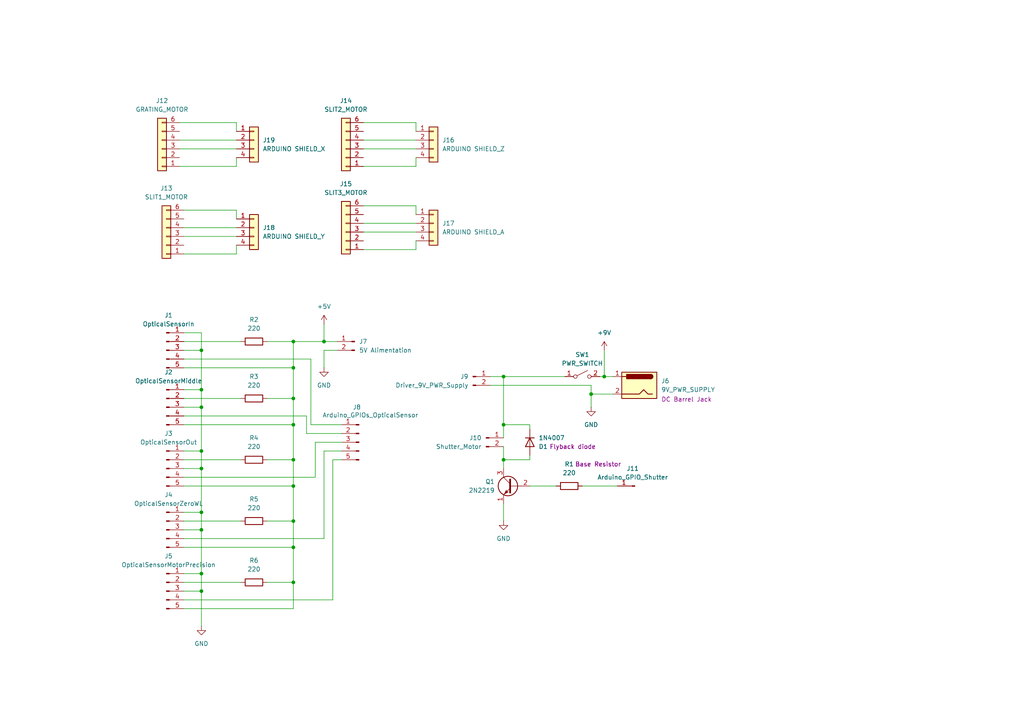
<source format=kicad_sch>
(kicad_sch (version 20250114) (generator "eeschema") (generator_version "9.0")
  (paper "A4")
  (title_block (title "PCB de connection pour carte Arduino") (date "19/06/2025") (rev "1.0") (company "IPCMS") (comment 1 "Par Youssef BOUSSALEM - Etudiant INSA Strasbourg"))
  (lib_symbols
    (symbol "Connector:Conn_01x01_Pin" (pin_names (offset 1.016) (hide yes))
      (property "Reference" "J" (at 0 2.54 0))
      (property "Value" "Conn_01x01_Pin" (at 0 -2.54 0))
      (symbol "Conn_01x01_Pin_1_1"
        (rectangle (start 0.8636 0.127) (end 0 -0.127) (stroke (width 0.1524)) (fill (type outline)))
        (polyline (pts (xy 1.27 0) (xy 0.8636 0)) (stroke (width 0.1524)))
        (pin passive line (at 5.08 0 180) (length 3.81) (name "Pin_1") (number "1"))
      )
    )
    (symbol "Connector:Conn_01x02_Pin" (pin_names (offset 1.016) (hide yes))
      (property "Reference" "J" (at 0 2.54 0))
      (property "Value" "Conn_01x02_Pin" (at 0 -5.08 0))
      (symbol "Conn_01x02_Pin_1_1"
        (rectangle (start 0.8636 0.127) (end 0 -0.127) (stroke (width 0.1524)) (fill (type outline)))
        (rectangle (start 0.8636 -2.413) (end 0 -2.667) (stroke (width 0.1524)) (fill (type outline)))
        (polyline (pts (xy 1.27 0) (xy 0.8636 0)) (stroke (width 0.1524)))
        (polyline (pts (xy 1.27 -2.54) (xy 0.8636 -2.54)) (stroke (width 0.1524)))
        (pin passive line (at 5.08 0 180) (length 3.81) (name "Pin_1") (number "1"))
        (pin passive line (at 5.08 -2.54 180) (length 3.81) (name "Pin_2") (number "2"))
      )
    )
    (symbol "Connector:Conn_01x05_Pin" (pin_names (offset 1.016) (hide yes))
      (property "Reference" "J" (at 0 7.62 0))
      (property "Value" "Conn_01x05_Pin" (at 0 -7.62 0))
      (symbol "Conn_01x05_Pin_1_1"
        (rectangle (start 0.8636 5.207) (end 0 4.953) (stroke (width 0.1524)) (fill (type outline)))
        (rectangle (start 0.8636 2.667) (end 0 2.413) (stroke (width 0.1524)) (fill (type outline)))
        (rectangle (start 0.8636 0.127) (end 0 -0.127) (stroke (width 0.1524)) (fill (type outline)))
        (rectangle (start 0.8636 -2.413) (end 0 -2.667) (stroke (width 0.1524)) (fill (type outline)))
        (rectangle (start 0.8636 -4.953) (end 0 -5.207) (stroke (width 0.1524)) (fill (type outline)))
        (polyline (pts (xy 1.27 5.08) (xy 0.8636 5.08)) (stroke (width 0.1524)))
        (polyline (pts (xy 1.27 2.54) (xy 0.8636 2.54)) (stroke (width 0.1524)))
        (polyline (pts (xy 1.27 0) (xy 0.8636 0)) (stroke (width 0.1524)))
        (polyline (pts (xy 1.27 -2.54) (xy 0.8636 -2.54)) (stroke (width 0.1524)))
        (polyline (pts (xy 1.27 -5.08) (xy 0.8636 -5.08)) (stroke (width 0.1524)))
        (pin passive line (at 5.08 5.08 180) (length 3.81) (name "Pin_1") (number "1"))
        (pin passive line (at 5.08 2.54 180) (length 3.81) (name "Pin_2") (number "2"))
        (pin passive line (at 5.08 0 180) (length 3.81) (name "Pin_3") (number "3"))
        (pin passive line (at 5.08 -2.54 180) (length 3.81) (name "Pin_4") (number "4"))
        (pin passive line (at 5.08 -5.08 180) (length 3.81) (name "Pin_5") (number "5"))
      )
    )
    (symbol "Connector:Jack-DC" (pin_names (offset 1.016))
      (property "Reference" "J" (at 0 5.334 0))
      (property "Value" "Jack-DC" (at 0 -5.08 0))
      (symbol "Jack-DC_0_1"
        (rectangle (start -5.08 3.81) (end 5.08 -3.81) (stroke (width 0.254)) (fill (type background)))
        (polyline (pts (xy -3.81 -2.54) (xy -2.54 -2.54) (xy -1.27 -1.27) (xy 0 -2.54) (xy 2.54 -2.54) (xy 5.08 -2.54)) (stroke (width 0.254)))
        (arc (start -3.302 1.905) (mid -3.9343 2.54) (end -3.302 3.175) (stroke (width 0.254)))
        (arc (start -3.302 1.905) (mid -3.9343 2.54) (end -3.302 3.175) (stroke (width 0.254)) (fill (type outline)))
        (rectangle (start 3.683 3.175) (end -3.302 1.905) (stroke (width 0.254)) (fill (type outline)))
        (polyline (pts (xy 5.08 2.54) (xy 3.81 2.54)) (stroke (width 0.254)))
      )
      (symbol "Jack-DC_1_1"
        (pin passive line (at 7.62 2.54 180) (length 2.54) (name "~") (number "1"))
        (pin passive line (at 7.62 -2.54 180) (length 2.54) (name "~") (number "2"))
      )
    )
    (symbol "Connector_Generic:Conn_01x04" (pin_names (offset 1.016) (hide yes))
      (property "Reference" "J" (at 0 5.08 0))
      (property "Value" "Conn_01x04" (at 0 -7.62 0))
      (symbol "Conn_01x04_1_1"
        (rectangle (start -1.27 3.81) (end 1.27 -6.35) (stroke (width 0.254)) (fill (type background)))
        (rectangle (start -1.27 2.667) (end 0 2.413) (stroke (width 0.1524)))
        (rectangle (start -1.27 0.127) (end 0 -0.127) (stroke (width 0.1524)))
        (rectangle (start -1.27 -2.413) (end 0 -2.667) (stroke (width 0.1524)))
        (rectangle (start -1.27 -4.953) (end 0 -5.207) (stroke (width 0.1524)))
        (pin passive line (at -5.08 2.54 0) (length 3.81) (name "Pin_1") (number "1"))
        (pin passive line (at -5.08 0 0) (length 3.81) (name "Pin_2") (number "2"))
        (pin passive line (at -5.08 -2.54 0) (length 3.81) (name "Pin_3") (number "3"))
        (pin passive line (at -5.08 -5.08 0) (length 3.81) (name "Pin_4") (number "4"))
      )
    )
    (symbol "Connector_Generic:Conn_01x06" (pin_names (offset 1.016) (hide yes))
      (property "Reference" "J" (at 0 7.62 0))
      (property "Value" "Conn_01x06" (at 0 -10.16 0))
      (symbol "Conn_01x06_1_1"
        (rectangle (start -1.27 6.35) (end 1.27 -8.89) (stroke (width 0.254)) (fill (type background)))
        (rectangle (start -1.27 5.207) (end 0 4.953) (stroke (width 0.1524)))
        (rectangle (start -1.27 2.667) (end 0 2.413) (stroke (width 0.1524)))
        (rectangle (start -1.27 0.127) (end 0 -0.127) (stroke (width 0.1524)))
        (rectangle (start -1.27 -2.413) (end 0 -2.667) (stroke (width 0.1524)))
        (rectangle (start -1.27 -4.953) (end 0 -5.207) (stroke (width 0.1524)))
        (rectangle (start -1.27 -7.493) (end 0 -7.747) (stroke (width 0.1524)))
        (pin passive line (at -5.08 5.08 0) (length 3.81) (name "Pin_1") (number "1"))
        (pin passive line (at -5.08 2.54 0) (length 3.81) (name "Pin_2") (number "2"))
        (pin passive line (at -5.08 0 0) (length 3.81) (name "Pin_3") (number "3"))
        (pin passive line (at -5.08 -2.54 0) (length 3.81) (name "Pin_4") (number "4"))
        (pin passive line (at -5.08 -5.08 0) (length 3.81) (name "Pin_5") (number "5"))
        (pin passive line (at -5.08 -7.62 0) (length 3.81) (name "Pin_6") (number "6"))
      )
    )
    (symbol "Device:R" (pin_numbers (hide yes)) (pin_names (offset 0))
      (property "Reference" "R" (at 2.032 0 90))
      (property "Value" "R" (at 0 0 90))
      (symbol "R_0_1"
        (rectangle (start -1.016 -2.54) (end 1.016 2.54) (stroke (width 0.254)))
      )
      (symbol "R_1_1"
        (pin passive line (at 0 3.81 270) (length 1.27) (name "~") (number "1"))
        (pin passive line (at 0 -3.81 90) (length 1.27) (name "~") (number "2"))
      )
    )
    (symbol "Diode:1N4007" (pin_numbers (hide yes)) (pin_names (hide yes))
      (property "Reference" "D" (at 0 2.54 0))
      (property "Value" "1N4007" (at 0 -2.54 0))
      (symbol "1N4007_0_1"
        (polyline (pts (xy -1.27 1.27) (xy -1.27 -1.27)) (stroke (width 0.254)))
        (polyline (pts (xy 1.27 1.27) (xy 1.27 -1.27) (xy -1.27 0) (xy 1.27 1.27)) (stroke (width 0.254)))
        (polyline (pts (xy 1.27 0) (xy -1.27 0)))
      )
      (symbol "1N4007_1_1"
        (pin passive line (at -3.81 0 0) (length 2.54) (name "K") (number "1"))
        (pin passive line (at 3.81 0 180) (length 2.54) (name "A") (number "2"))
      )
    )
    (symbol "Switch:SW_SPST" (pin_names (offset 0) (hide yes))
      (property "Reference" "SW" (at 0 3.175 0))
      (property "Value" "SW_SPST" (at 0 -2.54 0))
      (symbol "SW_SPST_0_0"
        (circle (center -2.032 0) (radius 0.508))
        (polyline (pts (xy -1.524 0.254) (xy 1.524 1.778)))
        (circle (center 2.032 0) (radius 0.508))
      )
      (symbol "SW_SPST_1_1"
        (pin passive line (at -5.08 0 0) (length 2.54) (name "A") (number "1"))
        (pin passive line (at 5.08 0 180) (length 2.54) (name "B") (number "2"))
      )
    )
    (symbol "Transistor_BJT:2N2219" (pin_names (offset 0) (hide yes))
      (property "Reference" "Q" (at 5.08 1.905 0))
      (property "Value" "2N2219" (at 5.08 0 0))
      (symbol "2N2219_0_1"
        (polyline (pts (xy -2.54 0) (xy 0.635 0)))
        (polyline (pts (xy 0.635 1.905) (xy 0.635 -1.905)) (stroke (width 0.508)))
        (circle (center 1.27 0) (radius 2.8194) (stroke (width 0.254)))
      )
      (symbol "2N2219_1_1"
        (polyline (pts (xy 0.635 0.635) (xy 2.54 2.54)))
        (polyline (pts (xy 0.635 -0.635) (xy 2.54 -2.54)))
        (polyline (pts (xy 1.27 -1.778) (xy 1.778 -1.27) (xy 2.286 -2.286) (xy 1.27 -1.778)) (fill (type outline)))
        (pin input line (at -5.08 0 0) (length 2.54) (name "B") (number "2"))
        (pin passive line (at 2.54 5.08 270) (length 2.54) (name "C") (number "3"))
        (pin passive line (at 2.54 -5.08 90) (length 2.54) (name "E") (number "1"))
      )
    )
    (symbol "power:+5V" (power) (pin_numbers (hide yes)) (pin_names (offset 0) (hide yes))
      (property "Value" "+5V" (at 0 3.556 0))
      (symbol "+5V_0_1"
        (polyline (pts (xy -0.762 1.27) (xy 0 2.54)))
        (polyline (pts (xy 0 2.54) (xy 0.762 1.27)))
        (polyline (pts (xy 0 0) (xy 0 2.54)))
      )
      (symbol "+5V_1_1"
        (pin power_in line (at 0 0 90) (length 0) (name "~") (number "1"))
      )
    )
    (symbol "power:+9V" (power) (pin_numbers (hide yes)) (pin_names (offset 0) (hide yes))
      (property "Value" "+9V" (at 0 3.556 0))
      (symbol "+9V_0_1"
        (polyline (pts (xy -0.762 1.27) (xy 0 2.54)))
        (polyline (pts (xy 0 2.54) (xy 0.762 1.27)))
        (polyline (pts (xy 0 0) (xy 0 2.54)))
      )
      (symbol "+9V_1_1"
        (pin power_in line (at 0 0 90) (length 0) (name "~") (number "1"))
      )
    )
    (symbol "power:GND" (power) (pin_numbers (hide yes)) (pin_names (offset 0) (hide yes))
      (property "Value" "GND" (at 0 -3.81 0))
      (symbol "GND_0_1"
        (polyline (pts (xy 0 0) (xy 0 -1.27) (xy 1.27 -1.27) (xy 0 -2.54) (xy -1.27 -1.27) (xy 0 -1.27)))
      )
      (symbol "GND_1_1"
        (pin power_in line (at 0 0 270) (length 0) (name "~") (number "1"))
      )
    )
  )
  (junction (at 58.42 135.89))
  (junction (at 58.42 130.81))
  (junction (at 85.09 106.68))
  (junction (at 85.09 151.13))
  (junction (at 85.09 158.75))
  (junction (at 58.42 113.03))
  (junction (at 58.42 148.59))
  (junction (at 58.42 166.37))
  (junction (at 85.09 123.19))
  (junction (at 85.09 140.97))
  (junction (at 146.05 133.35))
  (junction (at 175.26 109.22))
  (junction (at 93.98 99.06))
  (junction (at 146.05 123.19))
  (junction (at 85.09 99.06))
  (junction (at 171.45 114.3))
  (junction (at 85.09 168.91))
  (junction (at 85.09 133.35))
  (junction (at 58.42 153.67))
  (junction (at 58.42 101.6))
  (junction (at 85.09 115.57))
  (junction (at 58.42 118.11))
  (junction (at 146.05 109.22))
  (junction (at 58.42 171.45))
  (wire (pts (xy 77.47 133.35) (xy 85.09 133.35)))
  (wire (pts (xy 175.26 101.6) (xy 175.26 109.22)))
  (wire (pts (xy 53.34 101.6) (xy 58.42 101.6)))
  (wire (pts (xy 93.98 93.98) (xy 93.98 99.06)))
  (wire (pts (xy 105.41 48.26) (xy 120.65 48.26)))
  (wire (pts (xy 58.42 118.11) (xy 58.42 130.81)))
  (wire (pts (xy 142.24 109.22) (xy 146.05 109.22)))
  (wire (pts (xy 120.65 35.56) (xy 120.65 38.1)))
  (wire (pts (xy 53.34 66.04) (xy 68.58 66.04)))
  (wire (pts (xy 53.34 99.06) (xy 69.85 99.06)))
  (wire (pts (xy 53.34 120.65) (xy 88.9 120.65)))
  (wire (pts (xy 53.34 135.89) (xy 58.42 135.89)))
  (wire (pts (xy 53.34 138.43) (xy 91.44 138.43)))
  (wire (pts (xy 68.58 60.96) (xy 68.58 63.5)))
  (wire (pts (xy 88.9 120.65) (xy 88.9 125.73)))
  (wire (pts (xy 77.47 99.06) (xy 85.09 99.06)))
  (wire (pts (xy 105.41 72.39) (xy 120.65 72.39)))
  (wire (pts (xy 53.34 173.99) (xy 96.52 173.99)))
  (wire (pts (xy 53.34 123.19) (xy 85.09 123.19)))
  (wire (pts (xy 85.09 106.68) (xy 85.09 99.06)))
  (wire (pts (xy 53.34 113.03) (xy 58.42 113.03)))
  (wire (pts (xy 52.07 48.26) (xy 68.58 48.26)))
  (wire (pts (xy 58.42 171.45) (xy 58.42 181.61)))
  (wire (pts (xy 91.44 128.27) (xy 99.06 128.27)))
  (wire (pts (xy 58.42 153.67) (xy 58.42 166.37)))
  (wire (pts (xy 97.79 101.6) (xy 93.98 101.6)))
  (wire (pts (xy 53.34 118.11) (xy 58.42 118.11)))
  (wire (pts (xy 146.05 146.05) (xy 146.05 151.13)))
  (wire (pts (xy 91.44 138.43) (xy 91.44 128.27)))
  (wire (pts (xy 53.34 106.68) (xy 85.09 106.68)))
  (wire (pts (xy 53.34 104.14) (xy 90.17 104.14)))
  (wire (pts (xy 153.67 140.97) (xy 161.29 140.97)))
  (wire (pts (xy 90.17 104.14) (xy 90.17 123.19)))
  (wire (pts (xy 53.34 168.91) (xy 69.85 168.91)))
  (wire (pts (xy 93.98 101.6) (xy 93.98 106.68)))
  (wire (pts (xy 146.05 109.22) (xy 163.83 109.22)))
  (wire (pts (xy 88.9 125.73) (xy 99.06 125.73)))
  (wire (pts (xy 53.34 73.66) (xy 68.58 73.66)))
  (wire (pts (xy 58.42 166.37) (xy 58.42 171.45)))
  (wire (pts (xy 105.41 43.18) (xy 120.65 43.18)))
  (wire (pts (xy 146.05 133.35) (xy 146.05 135.89)))
  (wire (pts (xy 153.67 132.08) (xy 153.67 133.35)))
  (wire (pts (xy 58.42 113.03) (xy 58.42 118.11)))
  (wire (pts (xy 85.09 158.75) (xy 85.09 151.13)))
  (wire (pts (xy 85.09 123.19) (xy 85.09 115.57)))
  (wire (pts (xy 53.34 148.59) (xy 58.42 148.59)))
  (wire (pts (xy 85.09 168.91) (xy 85.09 158.75)))
  (wire (pts (xy 171.45 111.76) (xy 171.45 114.3)))
  (wire (pts (xy 53.34 68.58) (xy 68.58 68.58)))
  (wire (pts (xy 168.91 140.97) (xy 179.07 140.97)))
  (wire (pts (xy 58.42 96.52) (xy 58.42 101.6)))
  (wire (pts (xy 85.09 133.35) (xy 85.09 123.19)))
  (wire (pts (xy 146.05 123.19) (xy 146.05 127)))
  (wire (pts (xy 105.41 59.69) (xy 120.65 59.69)))
  (wire (pts (xy 52.07 35.56) (xy 68.58 35.56)))
  (wire (pts (xy 85.09 140.97) (xy 85.09 133.35)))
  (wire (pts (xy 53.34 140.97) (xy 85.09 140.97)))
  (wire (pts (xy 85.09 176.53) (xy 85.09 168.91)))
  (wire (pts (xy 77.47 115.57) (xy 85.09 115.57)))
  (wire (pts (xy 58.42 130.81) (xy 58.42 135.89)))
  (wire (pts (xy 85.09 115.57) (xy 85.09 106.68)))
  (wire (pts (xy 146.05 123.19) (xy 153.67 123.19)))
  (wire (pts (xy 52.07 43.18) (xy 68.58 43.18)))
  (wire (pts (xy 153.67 123.19) (xy 153.67 124.46)))
  (wire (pts (xy 90.17 123.19) (xy 99.06 123.19)))
  (wire (pts (xy 53.34 158.75) (xy 85.09 158.75)))
  (wire (pts (xy 173.99 109.22) (xy 175.26 109.22)))
  (wire (pts (xy 58.42 148.59) (xy 58.42 153.67)))
  (wire (pts (xy 120.65 48.26) (xy 120.65 45.72)))
  (wire (pts (xy 175.26 109.22) (xy 177.8 109.22)))
  (wire (pts (xy 53.34 151.13) (xy 69.85 151.13)))
  (wire (pts (xy 68.58 48.26) (xy 68.58 45.72)))
  (wire (pts (xy 53.34 133.35) (xy 69.85 133.35)))
  (wire (pts (xy 96.52 133.35) (xy 99.06 133.35)))
  (wire (pts (xy 53.34 166.37) (xy 58.42 166.37)))
  (wire (pts (xy 105.41 40.64) (xy 120.65 40.64)))
  (wire (pts (xy 171.45 114.3) (xy 177.8 114.3)))
  (wire (pts (xy 105.41 64.77) (xy 120.65 64.77)))
  (wire (pts (xy 85.09 151.13) (xy 85.09 140.97)))
  (wire (pts (xy 142.24 111.76) (xy 171.45 111.76)))
  (wire (pts (xy 85.09 99.06) (xy 93.98 99.06)))
  (wire (pts (xy 53.34 96.52) (xy 58.42 96.52)))
  (wire (pts (xy 77.47 168.91) (xy 85.09 168.91)))
  (wire (pts (xy 52.07 40.64) (xy 68.58 40.64)))
  (wire (pts (xy 105.41 67.31) (xy 120.65 67.31)))
  (wire (pts (xy 93.98 99.06) (xy 97.79 99.06)))
  (wire (pts (xy 53.34 153.67) (xy 58.42 153.67)))
  (wire (pts (xy 96.52 173.99) (xy 96.52 133.35)))
  (wire (pts (xy 93.98 156.21) (xy 93.98 130.81)))
  (wire (pts (xy 120.65 72.39) (xy 120.65 69.85)))
  (wire (pts (xy 53.34 115.57) (xy 69.85 115.57)))
  (wire (pts (xy 68.58 35.56) (xy 68.58 38.1)))
  (wire (pts (xy 53.34 130.81) (xy 58.42 130.81)))
  (wire (pts (xy 58.42 101.6) (xy 58.42 113.03)))
  (wire (pts (xy 105.41 35.56) (xy 120.65 35.56)))
  (wire (pts (xy 68.58 73.66) (xy 68.58 71.12)))
  (wire (pts (xy 53.34 60.96) (xy 68.58 60.96)))
  (wire (pts (xy 53.34 171.45) (xy 58.42 171.45)))
  (wire (pts (xy 146.05 129.54) (xy 146.05 133.35)))
  (wire (pts (xy 77.47 151.13) (xy 85.09 151.13)))
  (wire (pts (xy 53.34 176.53) (xy 85.09 176.53)))
  (wire (pts (xy 146.05 109.22) (xy 146.05 123.19)))
  (wire (pts (xy 171.45 114.3) (xy 171.45 118.11)))
  (wire (pts (xy 58.42 135.89) (xy 58.42 148.59)))
  (wire (pts (xy 53.34 156.21) (xy 93.98 156.21)))
  (wire (pts (xy 120.65 59.69) (xy 120.65 62.23)))
  (wire (pts (xy 153.67 133.35) (xy 146.05 133.35)))
  (wire (pts (xy 93.98 130.81) (xy 99.06 130.81)))
  (symbol (lib_id "Connector_Generic:Conn_01x06") (at 46.99 43.18 180) (unit 1)
    (property "Reference" "J12" (at 46.99 29.21 0))
    (property "Value" "GRATING_MOTOR" (at 46.99 31.75 0))
    (property "Description" "Generic connector, single row, 01x06, script generated (kicad-library-utils/schlib/autogen/connector/)" (effects (hide yes)))
  )
  (symbol (lib_id "Connector:Conn_01x05_Pin") (at 48.26 135.89 0) (unit 1)
    (property "Reference" "J3" (at 48.895 125.73 0))
    (property "Value" "OpticalSensorOut" (at 48.895 128.27 0))
    (property "Description" "Generic connector, single row, 01x05, script generated" (effects (hide yes)))
  )
  (symbol (lib_id "Device:R") (at 73.66 133.35 270) (unit 1)
    (property "Reference" "R4" (at 73.66 127 90))
    (property "Value" "220" (at 73.66 129.54 90))
    (property "Description" "LED protection" (effects (hide yes)))
  )
  (symbol (lib_id "Transistor_BJT:2N2219") (at 148.59 140.97 0) (mirror y) (unit 1)
    (property "Reference" "Q1" (at 143.51 139.6999 0) (effects (justify left)))
    (property "Value" "2N2219" (at 143.51 142.2399 0) (effects (justify left)))
    (property "Footprint" "Package_TO_SOT_THT:TO-39-3" (effects (hide yes)))
    (property "Datasheet" "http://www.onsemi.com/pub_link/Collateral/2N2219-D.PDF" (effects (hide yes)))
    (property "Description" "800mA Ic, 50V Vce, NPN Transistor, TO-39" (effects (hide yes)))
  )
  (symbol (lib_id "power:+9V") (at 175.26 101.6 0) (unit 1)
    (property "Reference" "#PWR06" (effects (hide yes)))
    (property "Value" "+9V" (at 175.26 96.52 0))
    (property "Description" "Power symbol creates a global label with name \"+9V\"" (effects (hide yes)))
  )
  (symbol (lib_id "Connector_Generic:Conn_01x04") (at 73.66 40.64 0) (unit 1)
    (property "Reference" "J19" (at 76.2 40.6399 0) (effects (justify left)))
    (property "Value" "ARDUINO SHIELD_X" (at 76.2 43.1799 0) (effects (justify left)))
    (property "Description" "Generic connector, single row, 01x04, script generated (kicad-library-utils/schlib/autogen/connector/)" (effects (hide yes)))
  )
  (symbol (lib_id "Switch:SW_SPST") (at 168.91 109.22 0) (unit 1)
    (property "Reference" "SW1" (at 168.91 102.87 0))
    (property "Value" "PWR_SWITCH" (at 168.91 105.41 0))
    (property "Description" "Single Pole Single Throw (SPST) switch" (effects (hide yes)))
  )
  (symbol (lib_id "Connector_Generic:Conn_01x04") (at 125.73 64.77 0) (unit 1)
    (property "Reference" "J17" (at 128.27 64.7699 0) (effects (justify left)))
    (property "Value" "ARDUINO SHIELD_A" (at 128.27 67.3099 0) (effects (justify left)))
    (property "Description" "Generic connector, single row, 01x04, script generated (kicad-library-utils/schlib/autogen/connector/)" (effects (hide yes)))
  )
  (symbol (lib_id "Connector:Jack-DC") (at 185.42 111.76 0) (mirror y) (unit 1)
    (property "Reference" "J6" (at 191.77 110.4899 0) (effects (justify right)))
    (property "Value" "9V_PWR_SUPPLY" (at 191.77 113.0299 0) (effects (justify right)))
    (property "Description" "DC Barrel Jack" (at 199.136 115.824 0))
  )
  (symbol (lib_id "Device:R") (at 73.66 151.13 270) (unit 1)
    (property "Reference" "R5" (at 73.66 144.78 90))
    (property "Value" "220" (at 73.66 147.32 90))
    (property "Description" "LED protection" (effects (hide yes)))
  )
  (symbol (lib_id "Connector:Conn_01x02_Pin") (at 137.16 109.22 0) (unit 1)
    (property "Reference" "J9" (at 135.89 109.2199 0) (effects (justify right)))
    (property "Value" "Driver_9V_PWR_Supply" (at 135.89 111.7599 0) (effects (justify right)))
    (property "Description" "Generic connector, single row, 01x02, script generated" (effects (hide yes)))
  )
  (symbol (lib_id "Connector:Conn_01x05_Pin") (at 48.26 153.67 0) (unit 1)
    (property "Reference" "J4" (at 48.895 143.51 0))
    (property "Value" "OpticalSensorZeroWL" (at 48.895 146.05 0))
    (property "Description" "Generic connector, single row, 01x05, script generated" (effects (hide yes)))
  )
  (symbol (lib_id "Connector:Conn_01x02_Pin") (at 102.87 99.06 0) (mirror y) (unit 1)
    (property "Reference" "J7" (at 104.14 99.0599 0) (effects (justify right)))
    (property "Value" "5V Alimentation" (at 104.14 101.5999 0) (effects (justify right)))
    (property "Description" "Generic connector, single row, 01x02, script generated" (effects (hide yes)))
  )
  (symbol (lib_id "Connector:Conn_01x05_Pin") (at 104.14 128.27 0) (mirror y) (unit 1)
    (property "Reference" "J8" (at 103.505 118.11 0))
    (property "Value" "Arduino_GPIOs_OpticalSensor" (at 107.442 120.396 0))
    (property "Description" "Generic connector, single row, 01x05, script generated" (effects (hide yes)))
  )
  (symbol (lib_id "Diode:1N4007") (at 153.67 128.27 90) (mirror x) (unit 1)
    (property "Reference" "D1" (at 156.21 129.5401 90) (effects (justify right)))
    (property "Value" "1N4007" (at 156.21 127.0001 90) (effects (justify right)))
    (property "Footprint" "Diode_SMD:D_SOD-523" (effects (hide yes)))
    (property "Datasheet" "http://www.vishay.com/docs/88503/1n4001.pdf" (effects (hide yes)))
    (property "Description" "Flyback diode" (at 166.116 129.54 90))
    (property "Sim.Device" "D" (effects (hide yes)))
    (property "Sim.Pins" "1=K 2=A" (effects (hide yes)))
  )
  (symbol (lib_id "Device:R") (at 165.1 140.97 270) (unit 1)
    (property "Reference" "R1" (at 165.1 134.62 90))
    (property "Value" "220" (at 165.1 137.16 90))
    (property "Description" "Base Resistor" (at 173.482 134.62 90))
  )
  (symbol (lib_id "Connector:Conn_01x01_Pin") (at 184.15 140.97 0) (mirror y) (unit 1)
    (property "Reference" "J11" (at 183.515 135.89 0))
    (property "Value" "Arduino_GPIO_Shutter" (at 183.515 138.43 0))
    (property "Description" "Generic connector, single row, 01x01, script generated" (effects (hide yes)))
  )
  (symbol (lib_id "Device:R") (at 73.66 115.57 270) (unit 1)
    (property "Reference" "R3" (at 73.66 109.22 90))
    (property "Value" "220" (at 73.66 111.76 90))
    (property "Description" "LED protection" (effects (hide yes)))
  )
  (symbol (lib_id "power:GND") (at 146.05 151.13 0) (unit 1)
    (property "Reference" "#PWR03" (effects (hide yes)))
    (property "Value" "GND" (at 146.05 156.21 0))
    (property "Description" "Power symbol creates a global label with name \"GND\" , ground" (effects (hide yes)))
  )
  (symbol (lib_id "Connector:Conn_01x05_Pin") (at 48.26 101.6 0) (unit 1)
    (property "Reference" "J1" (at 48.895 91.44 0))
    (property "Value" "OpticalSensorIn" (at 48.895 93.98 0))
    (property "Description" "Generic connector, single row, 01x05, script generated" (effects (hide yes)))
  )
  (symbol (lib_id "Connector:Conn_01x05_Pin") (at 48.26 171.45 0) (unit 1)
    (property "Reference" "J5" (at 48.895 161.29 0))
    (property "Value" "OpticalSensorMotorPrecision" (at 48.895 163.83 0))
    (property "Description" "Generic connector, single row, 01x05, script generated" (effects (hide yes)))
  )
  (symbol (lib_id "power:+5V") (at 93.98 93.98 0) (unit 1)
    (property "Reference" "#PWR05" (effects (hide yes)))
    (property "Value" "+5V" (at 93.98 88.9 0))
    (property "Description" "Power symbol creates a global label with name \"+5V\"" (effects (hide yes)))
  )
  (symbol (lib_id "Connector_Generic:Conn_01x04") (at 73.66 66.04 0) (unit 1)
    (property "Reference" "J18" (at 76.2 66.0399 0) (effects (justify left)))
    (property "Value" "ARDUINO SHIELD_Y" (at 76.2 68.5799 0) (effects (justify left)))
    (property "Description" "Generic connector, single row, 01x04, script generated (kicad-library-utils/schlib/autogen/connector/)" (effects (hide yes)))
  )
  (symbol (lib_id "Connector_Generic:Conn_01x06") (at 100.33 43.18 180) (unit 1)
    (property "Reference" "J14" (at 100.33 29.21 0))
    (property "Value" "SLIT2_MOTOR" (at 100.33 31.75 0))
    (property "Description" "Generic connector, single row, 01x06, script generated (kicad-library-utils/schlib/autogen/connector/)" (effects (hide yes)))
  )
  (symbol (lib_id "power:GND") (at 93.98 106.68 0) (unit 1)
    (property "Reference" "#PWR01" (effects (hide yes)))
    (property "Value" "GND" (at 93.98 111.76 0))
    (property "Description" "Power symbol creates a global label with name \"GND\" , ground" (effects (hide yes)))
  )
  (symbol (lib_id "Device:R") (at 73.66 168.91 270) (unit 1)
    (property "Reference" "R6" (at 73.66 162.56 90))
    (property "Value" "220" (at 73.66 165.1 90))
    (property "Description" "LED protection" (effects (hide yes)))
  )
  (symbol (lib_id "power:GND") (at 58.42 181.61 0) (unit 1)
    (property "Reference" "#PWR04" (effects (hide yes)))
    (property "Value" "GND" (at 58.42 186.69 0))
    (property "Description" "Power symbol creates a global label with name \"GND\" , ground" (effects (hide yes)))
  )
  (symbol (lib_id "power:GND") (at 171.45 118.11 0) (unit 1)
    (property "Reference" "#PWR02" (effects (hide yes)))
    (property "Value" "GND" (at 171.45 123.19 0))
    (property "Description" "Power symbol creates a global label with name \"GND\" , ground" (effects (hide yes)))
  )
  (symbol (lib_id "Device:R") (at 73.66 99.06 270) (unit 1)
    (property "Reference" "R2" (at 73.66 92.71 90))
    (property "Value" "220" (at 73.66 95.25 90))
    (property "Description" "LED protection" (effects (hide yes)))
  )
  (symbol (lib_id "Connector:Conn_01x02_Pin") (at 140.97 127 0) (unit 1)
    (property "Reference" "J10" (at 139.7 126.9999 0) (effects (justify right)))
    (property "Value" "Shutter_Motor" (at 139.7 129.5399 0) (effects (justify right)))
    (property "Description" "Generic connector, single row, 01x02, script generated" (effects (hide yes)))
  )
  (symbol (lib_id "Connector:Conn_01x05_Pin") (at 48.26 118.11 0) (unit 1)
    (property "Reference" "J2" (at 48.895 107.95 0))
    (property "Value" "OpticalSensorMiddle" (at 48.895 110.49 0))
    (property "Description" "Generic connector, single row, 01x05, script generated" (effects (hide yes)))
  )
  (symbol (lib_id "Connector_Generic:Conn_01x06") (at 100.33 67.31 180) (unit 1)
    (property "Reference" "J15" (at 100.33 53.34 0))
    (property "Value" "SLIT3_MOTOR" (at 100.33 55.88 0))
    (property "Description" "Generic connector, single row, 01x06, script generated (kicad-library-utils/schlib/autogen/connector/)" (effects (hide yes)))
  )
  (symbol (lib_id "Connector_Generic:Conn_01x04") (at 125.73 40.64 0) (unit 1)
    (property "Reference" "J16" (at 128.27 40.6399 0) (effects (justify left)))
    (property "Value" "ARDUINO SHIELD_Z" (at 128.27 43.1799 0) (effects (justify left)))
    (property "Description" "Generic connector, single row, 01x04, script generated (kicad-library-utils/schlib/autogen/connector/)" (effects (hide yes)))
  )
  (symbol (lib_id "Connector_Generic:Conn_01x06") (at 48.26 68.58 180) (unit 1)
    (property "Reference" "J13" (at 48.26 54.61 0))
    (property "Value" "SLIT1_MOTOR" (at 48.26 57.15 0))
    (property "Description" "Generic connector, single row, 01x06, script generated (kicad-library-utils/schlib/autogen/connector/)" (effects (hide yes)))
  )
)
</source>
